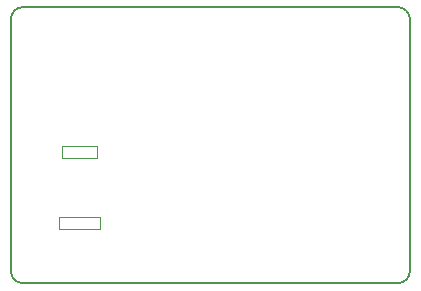
<source format=gbr>
G04 #@! TF.GenerationSoftware,KiCad,Pcbnew,(5.0.2)-1*
G04 #@! TF.CreationDate,2019-08-18T14:58:17-04:00*
G04 #@! TF.ProjectId,LTC3260-DualRail,4c544333-3236-4302-9d44-75616c526169,rev?*
G04 #@! TF.SameCoordinates,Original*
G04 #@! TF.FileFunction,Profile,NP*
%FSLAX46Y46*%
G04 Gerber Fmt 4.6, Leading zero omitted, Abs format (unit mm)*
G04 Created by KiCad (PCBNEW (5.0.2)-1) date 8/18/2019 2:58:17 PM*
%MOMM*%
%LPD*%
G01*
G04 APERTURE LIST*
%ADD10C,0.150000*%
G04 #@! TA.AperFunction,NonConductor*
%ADD11C,0.000100*%
G04 #@! TD*
G04 APERTURE END LIST*
D10*
X68326000Y-66548000D02*
X68326000Y-87884000D01*
X102108000Y-66548000D02*
X102108000Y-87884000D01*
X101092000Y-65532000D02*
G75*
G02X102108000Y-66548000I0J-1016000D01*
G01*
X102108000Y-87884000D02*
G75*
G02X101092000Y-88900000I-1016000J0D01*
G01*
X69342000Y-88900000D02*
G75*
G02X68326000Y-87884000I0J1016000D01*
G01*
X101092000Y-88900000D02*
X69342000Y-88900000D01*
X68326000Y-66548000D02*
G75*
G02X69342000Y-65532000I1016000J0D01*
G01*
X101092000Y-65532000D02*
X69342000Y-65532000D01*
D11*
G04 #@! TO.C,J1*
X72400220Y-83274280D02*
X75900220Y-83274280D01*
X75650220Y-78274280D02*
X72650220Y-78274280D01*
X75900220Y-84274280D02*
X72400220Y-84274280D01*
X72400220Y-84274280D02*
X72400220Y-83274280D01*
X72650220Y-78274280D02*
X72650220Y-77274280D01*
X72650220Y-77274280D02*
X75650220Y-77274280D01*
X75650220Y-77274280D02*
X75650220Y-78274280D01*
X75900220Y-83274280D02*
X75900220Y-84274280D01*
G04 #@! TD*
M02*

</source>
